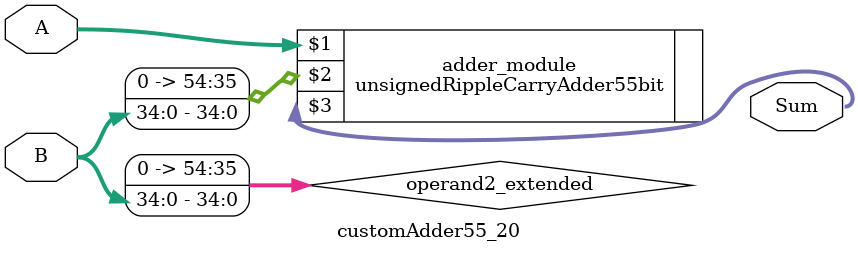
<source format=v>
module customAdder55_20(
                        input [54 : 0] A,
                        input [34 : 0] B,
                        
                        output [55 : 0] Sum
                );

        wire [54 : 0] operand2_extended;
        
        assign operand2_extended =  {20'b0, B};
        
        unsignedRippleCarryAdder55bit adder_module(
            A,
            operand2_extended,
            Sum
        );
        
        endmodule
        
</source>
